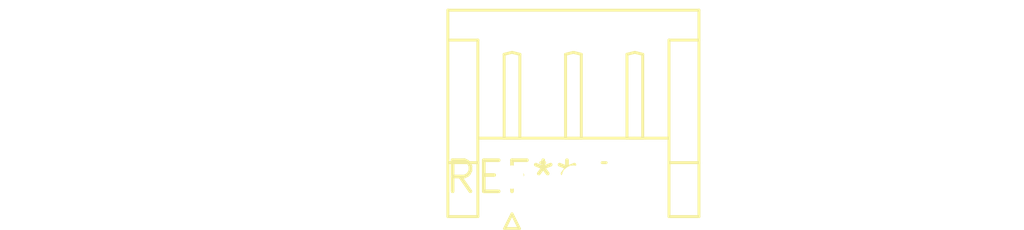
<source format=kicad_pcb>
(kicad_pcb (version 20240108) (generator pcbnew)
  (layers (0 "F.Cu" signal) (31 "B.Cu" signal) (34 "B.Paste" user) (35 "F.Paste" user) (36 "B.SilkS" user "B.Silkscreen") (37 "F.SilkS" user "F.Silkscreen") (38 "B.Mask" user) (39 "F.Mask" user) (44 "Edge.Cuts" user))
  (net 0 "")
  (footprint "JST_EH_S3B-EH_1x03_P2.50mm_Horizontal" (layer "F.Cu") (at 0 0)
    (property "Reference" "REF**")
    (property "Value" "JST_EH_S3B-EH_1x03_P2.50mm_Horizontal")
    (fp_line (start -2.61 -6.81) (end 7.61 -6.81) (layer "F.SilkS") (stroke (width 0.12)))
    (fp_line (start -2.61 -5.59) (end -1.39 -5.59) (layer "F.SilkS") (stroke (width 0.12)))
    (fp_line (start -2.61 1.61) (end -2.61 -6.81) (layer "F.SilkS") (stroke (width 0.12)))
    (fp_line (start -1.39 -5.59) (end -1.39 -0.59) (layer "F.SilkS") (stroke (width 0.12)))
    (fp_line (start -1.39 -1.59) (end 6.39 -1.59) (layer "F.SilkS") (stroke (width 0.12)))
    (fp_line (start -1.39 -0.59) (end -2.61 -0.59) (layer "F.SilkS") (stroke (width 0.12)))
    (fp_line (start -1.39 -0.59) (end -1.39 1.61) (layer "F.SilkS") (stroke (width 0.12)))
    (fp_line (start -1.39 1.61) (end -2.61 1.61) (layer "F.SilkS") (stroke (width 0.12)))
    (fp_line (start -0.32 -5.01) (end 0 -5.09) (layer "F.SilkS") (stroke (width 0.12)))
    (fp_line (start -0.32 -1.59) (end -0.32 -5.01) (layer "F.SilkS") (stroke (width 0.12)))
    (fp_line (start -0.3 2.1) (end 0.3 2.1) (layer "F.SilkS") (stroke (width 0.12)))
    (fp_line (start 0 -5.09) (end 0.32 -5.01) (layer "F.SilkS") (stroke (width 0.12)))
    (fp_line (start 0 -1.59) (end -0.32 -1.59) (layer "F.SilkS") (stroke (width 0.12)))
    (fp_line (start 0 1.5) (end -0.3 2.1) (layer "F.SilkS") (stroke (width 0.12)))
    (fp_line (start 0.3 2.1) (end 0 1.5) (layer "F.SilkS") (stroke (width 0.12)))
    (fp_line (start 0.32 -5.01) (end 0.32 -1.59) (layer "F.SilkS") (stroke (width 0.12)))
    (fp_line (start 0.32 -1.59) (end 0 -1.59) (layer "F.SilkS") (stroke (width 0.12)))
    (fp_line (start 1.17 -0.59) (end 1.33 -0.59) (layer "F.SilkS") (stroke (width 0.12)))
    (fp_line (start 2.18 -5.01) (end 2.5 -5.09) (layer "F.SilkS") (stroke (width 0.12)))
    (fp_line (start 2.18 -1.59) (end 2.18 -5.01) (layer "F.SilkS") (stroke (width 0.12)))
    (fp_line (start 2.5 -5.09) (end 2.82 -5.01) (layer "F.SilkS") (stroke (width 0.12)))
    (fp_line (start 2.5 -1.59) (end 2.18 -1.59) (layer "F.SilkS") (stroke (width 0.12)))
    (fp_line (start 2.82 -5.01) (end 2.82 -1.59) (layer "F.SilkS") (stroke (width 0.12)))
    (fp_line (start 2.82 -1.59) (end 2.5 -1.59) (layer "F.SilkS") (stroke (width 0.12)))
    (fp_line (start 3.67 -0.59) (end 3.83 -0.59) (layer "F.SilkS") (stroke (width 0.12)))
    (fp_line (start 4.68 -5.01) (end 5 -5.09) (layer "F.SilkS") (stroke (width 0.12)))
    (fp_line (start 4.68 -1.59) (end 4.68 -5.01) (layer "F.SilkS") (stroke (width 0.12)))
    (fp_line (start 5 -5.09) (end 5.32 -5.01) (layer "F.SilkS") (stroke (width 0.12)))
    (fp_line (start 5 -1.59) (end 4.68 -1.59) (layer "F.SilkS") (stroke (width 0.12)))
    (fp_line (start 5.32 -5.01) (end 5.32 -1.59) (layer "F.SilkS") (stroke (width 0.12)))
    (fp_line (start 5.32 -1.59) (end 5 -1.59) (layer "F.SilkS") (stroke (width 0.12)))
    (fp_line (start 6.39 -5.59) (end 6.39 -0.59) (layer "F.SilkS") (stroke (width 0.12)))
    (fp_line (start 6.39 -0.59) (end 7.61 -0.59) (layer "F.SilkS") (stroke (width 0.12)))
    (fp_line (start 6.39 1.61) (end 6.39 -0.59) (layer "F.SilkS") (stroke (width 0.12)))
    (fp_line (start 7.61 -6.81) (end 7.61 1.61) (layer "F.SilkS") (stroke (width 0.12)))
    (fp_line (start 7.61 -5.59) (end 6.39 -5.59) (layer "F.SilkS") (stroke (width 0.12)))
    (fp_line (start 7.61 1.61) (end 6.39 1.61) (layer "F.SilkS") (stroke (width 0.12)))
    (pad "1" thru_hole roundrect (at 0 0) (size 1.7 1.95) (drill 0.95) (layers *.Cu *.Mask) (remove_unused_layers) (roundrect_rratio 0.147059))
    (pad "2" thru_hole oval (at 2.5 0) (size 1.7 1.95) (drill 0.95) (layers *.Cu *.Mask) (remove_unused_layers))
    (pad "3" thru_hole oval (at 5 0) (size 1.7 1.95) (drill 0.95) (layers *.Cu *.Mask) (remove_unused_layers))
  )
)
</source>
